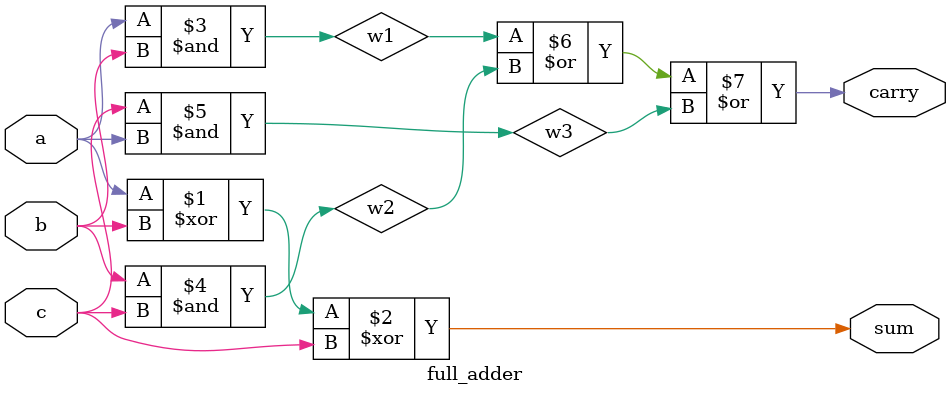
<source format=v>
module full_adder ( a ,b ,c ,sum ,carry );
	output sum ;
	output carry ;

	input a ;
	input b ;
	input c ;
   
	wire w1,w2,w3;
	
	xor o1(sum, a, b, c);  //toplam
	
	and o2(w1,a,b);     // (a&b) | (b&c) | (c&a)
	and o3(w2,b,c);		
	and o4(w3,c,a);
	or o5(carry,w1,w2,w3); // elde
	
endmodule
</source>
